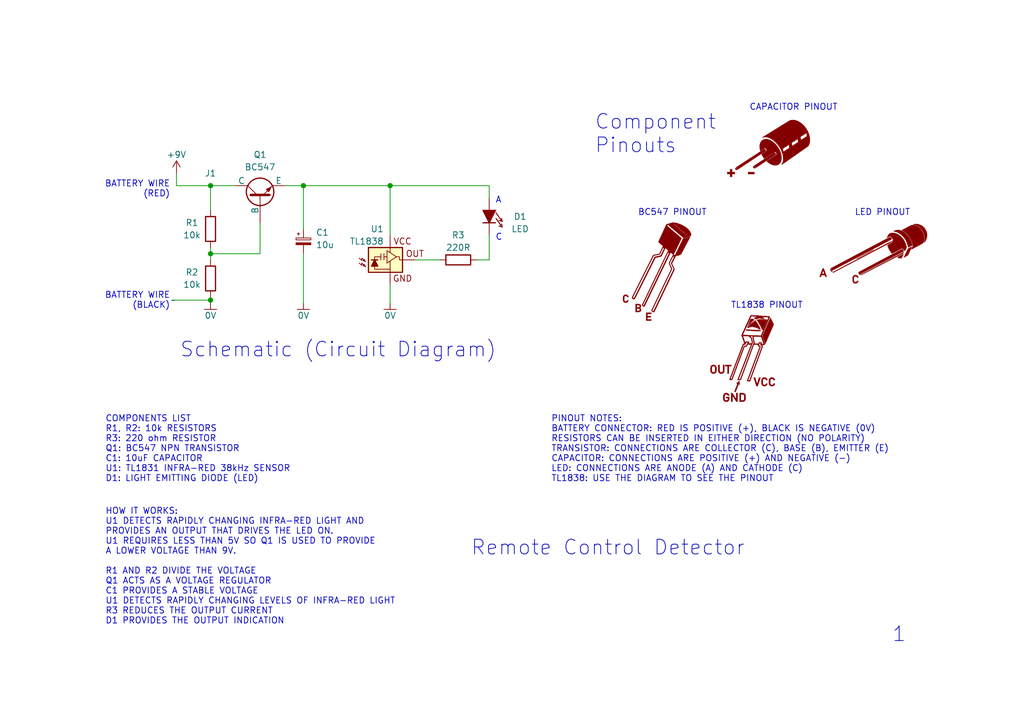
<source format=kicad_sch>
(kicad_sch (version 20230121) (generator eeschema)
  (paper "A5")
  (lib_symbols
    (symbol "Device:C_Polarized_Small" (pin_numbers hide) (pin_names (offset 0.254) hide)
      (property "Reference" "C" (at 0.254 1.778 0))
      (property "Value" "C_Polarized_Small" (at 0.254 -2.032 0))
      (symbol "C_Polarized_Small_1_1"
        (pin passive line (at 0 2.54 270) (length 1.8542) (name "~") (number "1"))
        (pin passive line (at 0 -2.54 90) (length 1.8542) (name "~") (number "2"))
      )
    )
    (symbol "Device:R" (pin_numbers hide) (pin_names (offset 0))
      (property "Reference" "R" (at 2.032 0 90))
      (property "Value" "R" (at 0 0 90))
      (symbol "R_1_1"
        (pin passive line (at 0 3.81 270) (length 1.27) (name "~") (number "1"))
        (pin passive line (at 0 -3.81 90) (length 1.27) (name "~") (number "2"))
      )
    )
    (symbol "Mini_Experimenter_Symbol_Library:BC547" (pin_numbers hide) (pin_names (offset 0))
      (property "Reference" "Q" (at 5.08 1.905 0))
      (property "Value" "BC547" (at 5.08 0 0))
      (symbol "BC547_1_1"
        (pin passive line (at 2.54 5.08 270) (length 2.54) (name "C") (number "1"))
        (pin input line (at -5.08 0 0) (length 5.08) (name "B") (number "2"))
        (pin passive line (at 2.54 -5.08 90) (length 2.54) (name "E") (number "3"))
      )
    )
    (symbol "Mini_Experimenter_Symbol_Library:BC547_doc_symbol" (pin_names (offset 1.016)))
    (symbol "Mini_Experimenter_Symbol_Library:CAP_doc_symbol" (pin_names (offset 1.016)))
    (symbol "Mini_Experimenter_Symbol_Library:LED_doc_symbol" (pin_names (offset 1.016)))
    (symbol "Mini_Experimenter_Symbol_Library:TL1838" (pin_numbers hide)
      (property "Reference" "U" (at 1.27 -3.81 0))
      (property "Value" "TL1838" (at 5.08 -6.35 0))
      (symbol "TL1838_1_1"
        (text "GND" (at 2.54 -1.27 0) (effects (font (size 1.27 1.27))))
        (text "OUT" (at 5.08 3.81 0) (effects (font (size 1.27 1.27))))
        (text "VCC" (at 2.54 6.35 0) (effects (font (size 1.27 1.27))))
        (pin output line (at 5.08 2.54 180) (length 2.54) (name "~") (number "1"))
        (pin power_in line (at 0 -2.54 90) (length 2.54) (name "~") (number "2"))
        (pin power_in line (at 0 7.62 270) (length 2.54) (name "~") (number "3"))
      )
    )
    (symbol "Mini_Experimenter_Symbol_Library:TL1838_doc_symbol" (pin_names (offset 1.016)))
    (symbol "Mini_Experimenter_Symbol_Library:point" (pin_numbers hide) (pin_names hide)
      (property "Reference" "J" (at 0 2.54 0))
      (symbol "point_1_1"
        (pin unspecified line (at 0 0 180) (length 0) (name "~") (number "1"))
      )
    )
    (symbol "User_Global_Symbol_Library:0V" (power) (pin_names (offset 0))
      (property "Value" "0V" (at 0 -2.54 0))
      (symbol "0V_1_1"
        (pin power_in line (at 0 0 270) (length 0) hide (name "0V") (number "1"))
      )
    )
    (symbol "User_Global_Symbol_Library:LED" (pin_numbers hide) (pin_names (offset 1.016) hide)
      (property "Reference" "D" (at 0 2.54 0))
      (property "Value" "LED" (at 0 -3.81 0))
      (symbol "LED_1_1"
        (pin passive line (at -3.81 0 0) (length 2.54) (name "K") (number "1"))
        (pin passive line (at 3.81 0 180) (length 2.54) (name "A") (number "2"))
      )
    )
    (symbol "power:+9V" (power) (pin_names (offset 0))
      (property "Value" "+9V" (at 0 3.556 0))
      (symbol "+9V_1_1"
        (pin power_in line (at 0 0 90) (length 0) hide (name "+9V") (number "1"))
      )
    )
  )
  (junction (at 43.18 61.595))
  (junction (at 80.01 38.1))
  (junction (at 43.18 38.1))
  (junction (at 43.18 52.07))
  (junction (at 62.23 38.1))
  (wire (pts (xy 43.18 50.8) (xy 43.18 52.07)))
  (wire (pts (xy 100.33 53.34) (xy 97.79 53.34)))
  (wire (pts (xy 62.23 38.1) (xy 58.42 38.1)))
  (wire (pts (xy 100.33 40.64) (xy 100.33 38.1)))
  (wire (pts (xy 100.33 48.26) (xy 100.33 53.34)))
  (wire (pts (xy 80.01 62.23) (xy 80.01 58.42)))
  (wire (pts (xy 85.09 53.34) (xy 90.17 53.34)))
  (wire (pts (xy 48.26 38.1) (xy 43.18 38.1)))
  (wire (pts (xy 80.01 38.1) (xy 62.23 38.1)))
  (wire (pts (xy 53.34 45.72) (xy 53.34 52.07)))
  (wire (pts (xy 35.56 61.595) (xy 43.18 61.595)))
  (wire (pts (xy 43.18 38.1) (xy 36.195 38.1)))
  (wire (pts (xy 43.18 61.595) (xy 43.18 60.96)))
  (wire (pts (xy 62.23 46.99) (xy 62.23 38.1)))
  (wire (pts (xy 43.18 38.1) (xy 43.18 43.18)))
  (wire (pts (xy 43.18 52.07) (xy 43.18 53.34)))
  (wire (pts (xy 80.01 38.1) (xy 100.33 38.1)))
  (wire (pts (xy 80.01 48.26) (xy 80.01 38.1)))
  (wire (pts (xy 62.23 62.23) (xy 62.23 52.07)))
  (wire (pts (xy 43.18 62.23) (xy 43.18 61.595)))
  (wire (pts (xy 36.195 35.56) (xy 36.195 38.1)))
  (wire (pts (xy 53.34 52.07) (xy 43.18 52.07)))
  (text "TL1838 PINOUT" (at 149.86 63.5 0) (effects (font (size 1.27 1.27)) (justify left bottom)))
  (text "BC547 PINOUT" (at 130.81 44.45 0) (effects (font (size 1.27 1.27)) (justify left bottom)))
  (text "Component\nPinouts" (at 121.92 31.75 0) (effects (font (size 3 3)) (justify left bottom)))
  (text "C" (at 101.6 49.53 0) (effects (font (size 1.27 1.27)) (justify left bottom)))
  (text "Schematic (Circuit Diagram)" (at 36.83 73.66 0) (effects (font (size 3 3)) (justify left bottom)))
  (text "1" (at 182.88 132.08 0) (effects (font (size 3 3)) (justify left bottom)))
  (text "Remote Control Detector" (at 96.52 114.3 0) (effects (font (size 3 3)) (justify left bottom)))
  (text "COMPONENTS LIST\nR1, R2: 10k RESISTORS\nR3: 220 ohm RESISTOR\nQ1: BC547 NPN TRANSISTOR\nC1: 10uF CAPACITOR\nU1: TL1831 INFRA-RED 38kHz SENSOR\nD1: LIGHT EMITTING DIODE (LED)" (at 21.59 99.06 0) (effects (font (size 1.27 1.27)) (justify left bottom)))
  (text "BATTERY WIRE\n(BLACK)" (at 34.925 63.5 0) (effects (font (size 1.27 1.27)) (justify right bottom)))
  (text "HOW IT WORKS:\nU1 DETECTS RAPIDLY CHANGING INFRA-RED LIGHT AND \nPROVIDES AN OUTPUT THAT DRIVES THE LED ON.\nU1 REQUIRES LESS THAN 5V SO Q1 IS USED TO PROVIDE\nA LOWER VOLTAGE THAN 9V.\n\nR1 AND R2 DIVIDE THE VOLTAGE\nQ1 ACTS AS A VOLTAGE REGULATOR\nC1 PROVIDES A STABLE VOLTAGE\nU1 DETECTS RAPIDLY CHANGING LEVELS OF INFRA-RED LIGHT\nR3 REDUCES THE OUTPUT CURRENT\nD1 PROVIDES THE OUTPUT INDICATION" (at 21.59 128.27 0) (effects (font (size 1.27 1.27)) (justify left bottom)))
  (text "A" (at 101.6 41.91 0) (effects (font (size 1.27 1.27)) (justify left bottom)))
  (text "BATTERY WIRE\n(RED)" (at 34.925 40.64 0) (effects (font (size 1.27 1.27)) (justify right bottom)))
  (text "LED PINOUT" (at 175.26 44.45 0) (effects (font (size 1.27 1.27)) (justify left bottom)))
  (text "PINOUT NOTES:\nBATTERY CONNECTOR: RED IS POSITIVE (+), BLACK IS NEGATIVE (0V)\nRESISTORS CAN BE INSERTED IN EITHER DIRECTION (NO POLARITY)\nTRANSISTOR: CONNECTIONS ARE COLLECTOR (C), BASE (B), EMITTER (E)\nCAPACITOR: CONNECTIONS ARE POSITIVE (+) AND NEGATIVE (-) \nLED: CONNECTIONS ARE ANODE (A) AND CATHODE (C)\nTL1838: USE THE DIAGRAM TO SEE THE PINOUT" (at 113.03 99.06 0) (effects (font (size 1.27 1.27)) (justify left bottom)))
  (text "CAPACITOR PINOUT" (at 153.67 22.86 0) (effects (font (size 1.27 1.27)) (justify left bottom)))
  (symbol (lib_id "Mini_Experimenter_Symbol_Library:LED_doc_symbol") (at 179.07 52.07 0) (unit 1)
    (property "Reference" "#G3" (effects hide))
    (property "Value" "LED_doc_symbol" (effects hide))
  )
  (symbol (lib_id "Device:R") (at 43.18 46.99 180) (unit 1)
    (property "Reference" "R1" (at 39.37 45.72 0))
    (property "Value" "10k" (at 39.37 48.26 0))
    (property "Footprint" "Resistor_THT:R_Axial_DIN0207_L6.3mm_D2.5mm_P10.16mm_Horizontal" (effects hide))
  )
  (symbol (lib_id "Mini_Experimenter_Symbol_Library:point") (at 35.56 61.595 0) (unit 1)
    (property "Reference" "J2" (effects hide))
    (property "Value" "~" (at 35.56 61.595 0))
    (property "Footprint" "User Global Library:Terminal-Single-Hole-1mm" (effects hide))
  )
  (symbol (lib_id "Device:R") (at 43.18 57.15 180) (unit 1)
    (property "Reference" "R2" (at 39.37 55.88 0))
    (property "Value" "10k" (at 39.37 58.42 0))
    (property "Footprint" "Resistor_THT:R_Axial_DIN0207_L6.3mm_D2.5mm_P10.16mm_Horizontal" (effects hide))
  )
  (symbol (lib_id "Mini_Experimenter_Symbol_Library:BC547") (at 53.34 40.64 90) (unit 1)
    (property "Reference" "Q1" (at 53.34 31.75 90))
    (property "Value" "BC547" (at 53.34 34.29 90))
    (property "Footprint" "User Global Library:TO-92_Wide_BJT" (effects hide))
    (property "Datasheet" "https://www.onsemi.com/pub/Collateral/BC550-D.pdf" (effects hide))
  )
  (symbol (lib_id "Device:C_Polarized_Small") (at 62.23 49.53 0) (unit 1)
    (property "Reference" "C1" (at 64.77 47.7139 0) (effects (justify left)))
    (property "Value" "10u" (at 64.77 50.2539 0) (effects (justify left)))
    (property "Footprint" "User Global Library:CP_Radial_D5.0mm_P2.50mm" (effects hide))
  )
  (symbol (lib_id "power:+9V") (at 36.195 35.56 0) (unit 1)
    (property "Reference" "#PWR03" (effects hide))
    (property "Value" "+9V" (at 36.195 31.75 0))
  )
  (symbol (lib_id "Mini_Experimenter_Symbol_Library:CAP_doc_symbol") (at 157.48 30.48 0) (unit 1)
    (property "Reference" "#G4" (effects hide))
    (property "Value" "CAP_doc_symbol" (effects hide))
  )
  (symbol (lib_id "User_Global_Symbol_Library:0V") (at 43.18 62.23 0) (unit 1)
    (property "Reference" "#PWR02" (effects hide))
    (property "Value" "0V" (at 43.18 64.77 0))
  )
  (symbol (lib_id "User_Global_Symbol_Library:0V") (at 80.01 62.23 0) (unit 1)
    (property "Reference" "#PWR05" (effects hide))
    (property "Value" "0V" (at 80.01 64.77 0))
  )
  (symbol (lib_id "Mini_Experimenter_Symbol_Library:TL1838_doc_symbol") (at 152.4 73.66 0) (unit 1)
    (property "Reference" "#G2" (effects hide))
    (property "Value" "TL1838_doc_symbol" (effects hide))
  )
  (symbol (lib_id "User_Global_Symbol_Library:0V") (at 62.23 62.23 0) (unit 1)
    (property "Reference" "#PWR04" (effects hide))
    (property "Value" "0V" (at 62.23 64.77 0))
  )
  (symbol (lib_id "Device:R") (at 93.98 53.34 270) (unit 1)
    (property "Reference" "R3" (at 93.98 48.26 90))
    (property "Value" "220R" (at 93.98 50.8 90))
    (property "Footprint" "Resistor_THT:R_Axial_DIN0207_L6.3mm_D2.5mm_P10.16mm_Horizontal" (effects hide))
  )
  (symbol (lib_id "Mini_Experimenter_Symbol_Library:point") (at 43.18 38.1 0) (unit 1)
    (property "Reference" "J1" (at 43.18 35.56 0))
    (property "Value" "~" (at 43.18 38.1 0))
    (property "Footprint" "User Global Library:Terminal-Single-Hole-1mm" (effects hide))
  )
  (symbol (lib_id "User_Global_Symbol_Library:LED") (at 100.33 44.45 90) (unit 1)
    (property "Reference" "D1" (at 106.68 44.45 90))
    (property "Value" "LED" (at 106.68 46.99 90))
    (property "Footprint" "Mini_Experimenter_Footprint_Library:LED_3mm" (effects hide))
  )
  (symbol (lib_id "Mini_Experimenter_Symbol_Library:TL1838") (at 80.01 55.88 0) (unit 1)
    (property "Reference" "U1" (at 78.74 46.99 0) (effects (justify right)))
    (property "Value" "TL1838" (at 78.74 49.53 0) (effects (justify right)))
    (property "Footprint" "Mini_Experimenter_Footprint_Library:TL1838" (effects hide))
  )
  (symbol (lib_id "Mini_Experimenter_Symbol_Library:BC547_doc_symbol") (at 134.62 55.88 0) (unit 1)
    (property "Reference" "#G1" (effects hide))
    (property "Value" "BC547_doc_symbol" (effects hide))
  )
)
</source>
